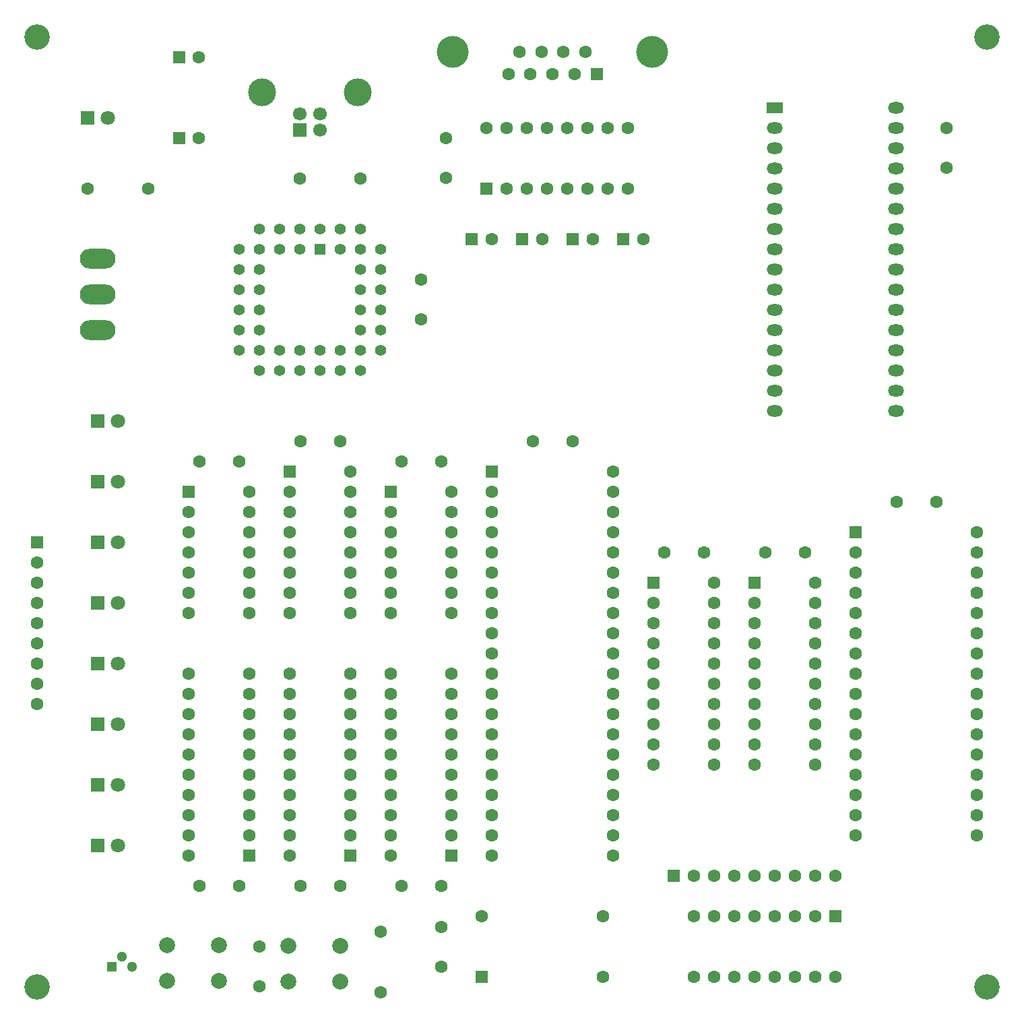
<source format=gbr>
%TF.GenerationSoftware,KiCad,Pcbnew,9.0.2*%
%TF.CreationDate,2025-06-05T18:46:37+02:00*%
%TF.ProjectId,morseboard-8088,6d6f7273-6562-46f6-9172-642d38303838,rev?*%
%TF.SameCoordinates,Original*%
%TF.FileFunction,Soldermask,Top*%
%TF.FilePolarity,Negative*%
%FSLAX46Y46*%
G04 Gerber Fmt 4.6, Leading zero omitted, Abs format (unit mm)*
G04 Created by KiCad (PCBNEW 9.0.2) date 2025-06-05 18:46:37*
%MOMM*%
%LPD*%
G01*
G04 APERTURE LIST*
G04 Aperture macros list*
%AMRoundRect*
0 Rectangle with rounded corners*
0 $1 Rounding radius*
0 $2 $3 $4 $5 $6 $7 $8 $9 X,Y pos of 4 corners*
0 Add a 4 corners polygon primitive as box body*
4,1,4,$2,$3,$4,$5,$6,$7,$8,$9,$2,$3,0*
0 Add four circle primitives for the rounded corners*
1,1,$1+$1,$2,$3*
1,1,$1+$1,$4,$5*
1,1,$1+$1,$6,$7*
1,1,$1+$1,$8,$9*
0 Add four rect primitives between the rounded corners*
20,1,$1+$1,$2,$3,$4,$5,0*
20,1,$1+$1,$4,$5,$6,$7,0*
20,1,$1+$1,$6,$7,$8,$9,0*
20,1,$1+$1,$8,$9,$2,$3,0*%
G04 Aperture macros list end*
%ADD10R,1.800000X1.800000*%
%ADD11C,1.800000*%
%ADD12R,1.600000X1.600000*%
%ADD13C,1.600000*%
%ADD14RoundRect,0.250000X0.550000X0.550000X-0.550000X0.550000X-0.550000X-0.550000X0.550000X-0.550000X0*%
%ADD15RoundRect,0.250000X-0.550000X-0.550000X0.550000X-0.550000X0.550000X0.550000X-0.550000X0.550000X0*%
%ADD16C,2.000000*%
%ADD17R,1.300000X1.300000*%
%ADD18C,1.300000*%
%ADD19R,1.422400X1.422400*%
%ADD20C,1.422400*%
%ADD21RoundRect,0.250000X-0.550000X0.550000X-0.550000X-0.550000X0.550000X-0.550000X0.550000X0.550000X0*%
%ADD22C,3.200000*%
%ADD23R,2.000000X1.440000*%
%ADD24O,2.000000X1.440000*%
%ADD25O,4.500000X2.500000*%
%ADD26C,4.000000*%
%ADD27R,1.700000X1.700000*%
%ADD28C,1.700000*%
%ADD29C,3.500000*%
%ADD30RoundRect,0.250000X0.550000X-0.550000X0.550000X0.550000X-0.550000X0.550000X-0.550000X-0.550000X0*%
G04 APERTURE END LIST*
D10*
%TO.C,D9*%
X35560000Y-40640000D03*
D11*
X38100000Y-40640000D03*
%TD*%
D12*
%TO.C,X1*%
X85090000Y-148590000D03*
D13*
X100330000Y-148590000D03*
X100330000Y-140970000D03*
X85090000Y-140970000D03*
%TD*%
D14*
%TO.C,U2*%
X81280000Y-133350000D03*
D13*
X81280000Y-130810000D03*
X81280000Y-128270000D03*
X81280000Y-125730000D03*
X81280000Y-123190000D03*
X81280000Y-120650000D03*
X81280000Y-118110000D03*
X81280000Y-115570000D03*
X81280000Y-113030000D03*
X81280000Y-110490000D03*
X73660000Y-110490000D03*
X73660000Y-113030000D03*
X73660000Y-115570000D03*
X73660000Y-118110000D03*
X73660000Y-120650000D03*
X73660000Y-123190000D03*
X73660000Y-125730000D03*
X73660000Y-128270000D03*
X73660000Y-130810000D03*
X73660000Y-133350000D03*
%TD*%
D14*
%TO.C,U4*%
X68580000Y-133350000D03*
D13*
X68580000Y-130810000D03*
X68580000Y-128270000D03*
X68580000Y-125730000D03*
X68580000Y-123190000D03*
X68580000Y-120650000D03*
X68580000Y-118110000D03*
X68580000Y-115570000D03*
X68580000Y-113030000D03*
X68580000Y-110490000D03*
X60960000Y-110490000D03*
X60960000Y-113030000D03*
X60960000Y-115570000D03*
X60960000Y-118110000D03*
X60960000Y-120650000D03*
X60960000Y-123190000D03*
X60960000Y-125730000D03*
X60960000Y-128270000D03*
X60960000Y-130810000D03*
X60960000Y-133350000D03*
%TD*%
D15*
%TO.C,C1*%
X47030000Y-43180000D03*
D13*
X49530000Y-43180000D03*
%TD*%
D15*
%TO.C,C18*%
X102870000Y-55880000D03*
D13*
X105370000Y-55880000D03*
%TD*%
%TO.C,C14*%
X57150000Y-149809000D03*
X57150000Y-144809000D03*
%TD*%
%TO.C,C7*%
X96520000Y-81280000D03*
X91520000Y-81280000D03*
%TD*%
%TO.C,C10*%
X79970000Y-83820000D03*
X74970000Y-83820000D03*
%TD*%
D11*
%TO.C,D5*%
X39370000Y-109220000D03*
D10*
X36830000Y-109220000D03*
%TD*%
D15*
%TO.C,U8*%
X48260000Y-87630000D03*
D13*
X48260000Y-90170000D03*
X48260000Y-92710000D03*
X48260000Y-95250000D03*
X48260000Y-97790000D03*
X48260000Y-100330000D03*
X48260000Y-102870000D03*
X55880000Y-102870000D03*
X55880000Y-100330000D03*
X55880000Y-97790000D03*
X55880000Y-95250000D03*
X55880000Y-92710000D03*
X55880000Y-90170000D03*
X55880000Y-87630000D03*
%TD*%
D16*
%TO.C,SW4*%
X60810000Y-144674000D03*
X67310000Y-144674000D03*
X60810000Y-149174000D03*
X67310000Y-149174000D03*
%TD*%
D17*
%TO.C,U14*%
X38608000Y-147320000D03*
D18*
X39878000Y-146050000D03*
X41148000Y-147320000D03*
%TD*%
D11*
%TO.C,D7*%
X39370000Y-124460000D03*
D10*
X36830000Y-124460000D03*
%TD*%
D15*
%TO.C,C2*%
X47030000Y-33020000D03*
D13*
X49530000Y-33020000D03*
%TD*%
D19*
%TO.C,U11*%
X64770000Y-57150000D03*
D20*
X62230000Y-54610000D03*
X62230000Y-57150000D03*
X59690000Y-54610000D03*
X59690000Y-57150000D03*
X57150000Y-54610000D03*
X54610000Y-57150000D03*
X57150000Y-57150000D03*
X54610000Y-59690000D03*
X57150000Y-59690000D03*
X54610000Y-62230000D03*
X57150000Y-62230000D03*
X54610000Y-64770000D03*
X57150000Y-64770000D03*
X54610000Y-67310000D03*
X57150000Y-67310000D03*
X54610000Y-69850000D03*
X57150000Y-72390000D03*
X57150000Y-69850000D03*
X59690000Y-72390000D03*
X59690000Y-69850000D03*
X62230000Y-72390000D03*
X62230000Y-69850000D03*
X64770000Y-72390000D03*
X64770000Y-69850000D03*
X67310000Y-72390000D03*
X67310000Y-69850000D03*
X69850000Y-72390000D03*
X72390000Y-69850000D03*
X69850000Y-69850000D03*
X72390000Y-67310000D03*
X69850000Y-67310000D03*
X72390000Y-64770000D03*
X69850000Y-64770000D03*
X72390000Y-62230000D03*
X69850000Y-62230000D03*
X72390000Y-59690000D03*
X69850000Y-59690000D03*
X72390000Y-57150000D03*
X69850000Y-54610000D03*
X69850000Y-57150000D03*
X67310000Y-54610000D03*
X67310000Y-57150000D03*
X64770000Y-54610000D03*
%TD*%
D21*
%TO.C,SW2*%
X129540000Y-140970000D03*
D13*
X127000000Y-140970000D03*
X124460000Y-140970000D03*
X121920000Y-140970000D03*
X119380000Y-140970000D03*
X116840000Y-140970000D03*
X114300000Y-140970000D03*
X111760000Y-140970000D03*
X111760000Y-148590000D03*
X114300000Y-148590000D03*
X116840000Y-148590000D03*
X119380000Y-148590000D03*
X121920000Y-148590000D03*
X124460000Y-148590000D03*
X127000000Y-148590000D03*
X129540000Y-148590000D03*
%TD*%
%TO.C,C6*%
X49610000Y-137160000D03*
X54610000Y-137160000D03*
%TD*%
%TO.C,R2*%
X43180000Y-49530000D03*
X35560000Y-49530000D03*
%TD*%
D11*
%TO.C,D4*%
X39370000Y-101600000D03*
D10*
X36830000Y-101600000D03*
%TD*%
D22*
%TO.C,H1*%
X29210000Y-30480000D03*
%TD*%
D13*
%TO.C,R1*%
X62230000Y-48260000D03*
X69850000Y-48260000D03*
%TD*%
D11*
%TO.C,D3*%
X39370000Y-93980000D03*
D10*
X36830000Y-93980000D03*
%TD*%
D13*
%TO.C,C15*%
X142200000Y-88900000D03*
X137200000Y-88900000D03*
%TD*%
D23*
%TO.C,U5*%
X121920000Y-39370000D03*
D24*
X121920000Y-41910000D03*
X121920000Y-44450000D03*
X121920000Y-46990000D03*
X121920000Y-49530000D03*
X121920000Y-52070000D03*
X121920000Y-54610000D03*
X121920000Y-57150000D03*
X121920000Y-59690000D03*
X121920000Y-62230000D03*
X121920000Y-64770000D03*
X121920000Y-67310000D03*
X121920000Y-69850000D03*
X121920000Y-72390000D03*
X121920000Y-74930000D03*
X121920000Y-77470000D03*
X137160000Y-77470000D03*
X137160000Y-74930000D03*
X137160000Y-72390000D03*
X137160000Y-69850000D03*
X137160000Y-67310000D03*
X137160000Y-64770000D03*
X137160000Y-62230000D03*
X137160000Y-59690000D03*
X137160000Y-57150000D03*
X137160000Y-54610000D03*
X137160000Y-52070000D03*
X137160000Y-49530000D03*
X137160000Y-46990000D03*
X137160000Y-44450000D03*
X137160000Y-41910000D03*
X137160000Y-39370000D03*
%TD*%
D22*
%TO.C,H3*%
X29210000Y-149860000D03*
%TD*%
D11*
%TO.C,D8*%
X39370000Y-132080000D03*
D10*
X36830000Y-132080000D03*
%TD*%
D15*
%TO.C,U12*%
X119380000Y-99060000D03*
D13*
X119380000Y-101600000D03*
X119380000Y-104140000D03*
X119380000Y-106680000D03*
X119380000Y-109220000D03*
X119380000Y-111760000D03*
X119380000Y-114300000D03*
X119380000Y-116840000D03*
X119380000Y-119380000D03*
X119380000Y-121920000D03*
X127000000Y-121920000D03*
X127000000Y-119380000D03*
X127000000Y-116840000D03*
X127000000Y-114300000D03*
X127000000Y-111760000D03*
X127000000Y-109220000D03*
X127000000Y-106680000D03*
X127000000Y-104140000D03*
X127000000Y-101600000D03*
X127000000Y-99060000D03*
%TD*%
D25*
%TO.C,SW1*%
X36830000Y-58310000D03*
X36830000Y-62810000D03*
X36830000Y-67310000D03*
%TD*%
D15*
%TO.C,U6*%
X60960000Y-85090000D03*
D13*
X60960000Y-87630000D03*
X60960000Y-90170000D03*
X60960000Y-92710000D03*
X60960000Y-95250000D03*
X60960000Y-97790000D03*
X60960000Y-100330000D03*
X60960000Y-102870000D03*
X68580000Y-102870000D03*
X68580000Y-100330000D03*
X68580000Y-97790000D03*
X68580000Y-95250000D03*
X68580000Y-92710000D03*
X68580000Y-90170000D03*
X68580000Y-87630000D03*
X68580000Y-85090000D03*
%TD*%
D11*
%TO.C,D1*%
X39370000Y-78740000D03*
D10*
X36830000Y-78740000D03*
%TD*%
D13*
%TO.C,C9*%
X54610000Y-83820000D03*
X49610000Y-83820000D03*
%TD*%
D16*
%TO.C,SW6*%
X45570000Y-144634000D03*
X52070000Y-144634000D03*
X45570000Y-149134000D03*
X52070000Y-149134000D03*
%TD*%
D13*
%TO.C,C21*%
X77470000Y-60960000D03*
X77470000Y-65960000D03*
%TD*%
D15*
%TO.C,U3*%
X106680000Y-99060000D03*
D13*
X106680000Y-101600000D03*
X106680000Y-104140000D03*
X106680000Y-106680000D03*
X106680000Y-109220000D03*
X106680000Y-111760000D03*
X106680000Y-114300000D03*
X106680000Y-116840000D03*
X106680000Y-119380000D03*
X106680000Y-121920000D03*
X114300000Y-121920000D03*
X114300000Y-119380000D03*
X114300000Y-116840000D03*
X114300000Y-114300000D03*
X114300000Y-111760000D03*
X114300000Y-109220000D03*
X114300000Y-106680000D03*
X114300000Y-104140000D03*
X114300000Y-101600000D03*
X114300000Y-99060000D03*
%TD*%
%TO.C,R8*%
X72390000Y-150550000D03*
X72390000Y-142930000D03*
%TD*%
D12*
%TO.C,RN2*%
X29210000Y-93980000D03*
D13*
X29210000Y-96520000D03*
X29210000Y-99060000D03*
X29210000Y-101600000D03*
X29210000Y-104140000D03*
X29210000Y-106680000D03*
X29210000Y-109220000D03*
X29210000Y-111760000D03*
X29210000Y-114300000D03*
%TD*%
D15*
%TO.C,U1*%
X86360000Y-85090000D03*
D13*
X86360000Y-87630000D03*
X86360000Y-90170000D03*
X86360000Y-92710000D03*
X86360000Y-95250000D03*
X86360000Y-97790000D03*
X86360000Y-100330000D03*
X86360000Y-102870000D03*
X86360000Y-105410000D03*
X86360000Y-107950000D03*
X86360000Y-110490000D03*
X86360000Y-113030000D03*
X86360000Y-115570000D03*
X86360000Y-118110000D03*
X86360000Y-120650000D03*
X86360000Y-123190000D03*
X86360000Y-125730000D03*
X86360000Y-128270000D03*
X86360000Y-130810000D03*
X86360000Y-133350000D03*
X101600000Y-133350000D03*
X101600000Y-130810000D03*
X101600000Y-128270000D03*
X101600000Y-125730000D03*
X101600000Y-123190000D03*
X101600000Y-120650000D03*
X101600000Y-118110000D03*
X101600000Y-115570000D03*
X101600000Y-113030000D03*
X101600000Y-110490000D03*
X101600000Y-107950000D03*
X101600000Y-105410000D03*
X101600000Y-102870000D03*
X101600000Y-100330000D03*
X101600000Y-97790000D03*
X101600000Y-95250000D03*
X101600000Y-92710000D03*
X101600000Y-90170000D03*
X101600000Y-87630000D03*
X101600000Y-85090000D03*
%TD*%
D14*
%TO.C,U10*%
X55880000Y-133350000D03*
D13*
X55880000Y-130810000D03*
X55880000Y-128270000D03*
X55880000Y-125730000D03*
X55880000Y-123190000D03*
X55880000Y-120650000D03*
X55880000Y-118110000D03*
X55880000Y-115570000D03*
X55880000Y-113030000D03*
X55880000Y-110490000D03*
X48260000Y-110490000D03*
X48260000Y-113030000D03*
X48260000Y-115570000D03*
X48260000Y-118110000D03*
X48260000Y-120650000D03*
X48260000Y-123190000D03*
X48260000Y-125730000D03*
X48260000Y-128270000D03*
X48260000Y-130810000D03*
X48260000Y-133350000D03*
%TD*%
D15*
%TO.C,U7*%
X73660000Y-87630000D03*
D13*
X73660000Y-90170000D03*
X73660000Y-92710000D03*
X73660000Y-95250000D03*
X73660000Y-97790000D03*
X73660000Y-100330000D03*
X73660000Y-102870000D03*
X81280000Y-102870000D03*
X81280000Y-100330000D03*
X81280000Y-97790000D03*
X81280000Y-95250000D03*
X81280000Y-92710000D03*
X81280000Y-90170000D03*
X81280000Y-87630000D03*
%TD*%
%TO.C,C13*%
X113030000Y-95250000D03*
X108030000Y-95250000D03*
%TD*%
D26*
%TO.C,J2*%
X106480000Y-32315300D03*
X81480000Y-32315300D03*
D12*
X99520000Y-35155300D03*
D13*
X96750000Y-35155300D03*
X93980000Y-35155300D03*
X91210000Y-35155300D03*
X88440000Y-35155300D03*
X98135000Y-32315300D03*
X95365000Y-32315300D03*
X92595000Y-32315300D03*
X89825000Y-32315300D03*
%TD*%
D12*
%TO.C,RN1*%
X109220000Y-135890000D03*
D13*
X111760000Y-135890000D03*
X114300000Y-135890000D03*
X116840000Y-135890000D03*
X119380000Y-135890000D03*
X121920000Y-135890000D03*
X124460000Y-135890000D03*
X127000000Y-135890000D03*
X129540000Y-135890000D03*
%TD*%
%TO.C,C4*%
X75010000Y-137160000D03*
X80010000Y-137160000D03*
%TD*%
D22*
%TO.C,H4*%
X148590000Y-149860000D03*
%TD*%
D11*
%TO.C,D6*%
X39370000Y-116840000D03*
D10*
X36830000Y-116840000D03*
%TD*%
D13*
%TO.C,C8*%
X62310000Y-81280000D03*
X67310000Y-81280000D03*
%TD*%
%TO.C,C3*%
X80010000Y-142335000D03*
X80010000Y-147335000D03*
%TD*%
D27*
%TO.C,J1*%
X62250000Y-42137500D03*
D28*
X64750000Y-42137500D03*
X64750000Y-40137500D03*
X62250000Y-40137500D03*
D29*
X57480000Y-37427500D03*
X69520000Y-37427500D03*
%TD*%
D13*
%TO.C,C5*%
X62310000Y-137160000D03*
X67310000Y-137160000D03*
%TD*%
D15*
%TO.C,U9*%
X132080000Y-92710000D03*
D13*
X132080000Y-95250000D03*
X132080000Y-97790000D03*
X132080000Y-100330000D03*
X132080000Y-102870000D03*
X132080000Y-105410000D03*
X132080000Y-107950000D03*
X132080000Y-110490000D03*
X132080000Y-113030000D03*
X132080000Y-115570000D03*
X132080000Y-118110000D03*
X132080000Y-120650000D03*
X132080000Y-123190000D03*
X132080000Y-125730000D03*
X132080000Y-128270000D03*
X132080000Y-130810000D03*
X147320000Y-130810000D03*
X147320000Y-128270000D03*
X147320000Y-125730000D03*
X147320000Y-123190000D03*
X147320000Y-120650000D03*
X147320000Y-118110000D03*
X147320000Y-115570000D03*
X147320000Y-113030000D03*
X147320000Y-110490000D03*
X147320000Y-107950000D03*
X147320000Y-105410000D03*
X147320000Y-102870000D03*
X147320000Y-100330000D03*
X147320000Y-97790000D03*
X147320000Y-95250000D03*
X147320000Y-92710000D03*
%TD*%
D11*
%TO.C,D2*%
X39370000Y-86360000D03*
D10*
X36830000Y-86360000D03*
%TD*%
D13*
%TO.C,C12*%
X143510000Y-41910000D03*
X143510000Y-46910000D03*
%TD*%
D15*
%TO.C,C20*%
X83820000Y-55880000D03*
D13*
X86320000Y-55880000D03*
%TD*%
%TO.C,C11*%
X125730000Y-95250000D03*
X120730000Y-95250000D03*
%TD*%
D22*
%TO.C,H2*%
X148590000Y-30480000D03*
%TD*%
D13*
%TO.C,C16*%
X80605000Y-48180000D03*
X80605000Y-43180000D03*
%TD*%
D15*
%TO.C,C19*%
X96520000Y-55880000D03*
D13*
X99020000Y-55880000D03*
%TD*%
D15*
%TO.C,C17*%
X90170000Y-55880000D03*
D13*
X92670000Y-55880000D03*
%TD*%
D30*
%TO.C,U13*%
X85685000Y-49530000D03*
D13*
X88225000Y-49530000D03*
X90765000Y-49530000D03*
X93305000Y-49530000D03*
X95845000Y-49530000D03*
X98385000Y-49530000D03*
X100925000Y-49530000D03*
X103465000Y-49530000D03*
X103465000Y-41910000D03*
X100925000Y-41910000D03*
X98385000Y-41910000D03*
X95845000Y-41910000D03*
X93305000Y-41910000D03*
X90765000Y-41910000D03*
X88225000Y-41910000D03*
X85685000Y-41910000D03*
%TD*%
M02*

</source>
